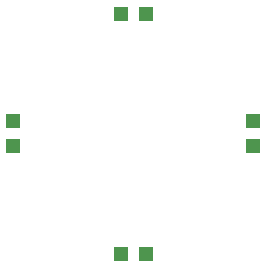
<source format=gbr>
G04 #@! TF.FileFunction,Paste,Bot*
%FSLAX46Y46*%
G04 Gerber Fmt 4.6, Leading zero omitted, Abs format (unit mm)*
G04 Created by KiCad (PCBNEW 4.0.2+dfsg1-stable) date Mon 11 Jun 2018 12:13:27 PM EDT*
%MOMM*%
G01*
G04 APERTURE LIST*
%ADD10C,0.100000*%
%ADD11R,1.198880X1.198880*%
G04 APERTURE END LIST*
D10*
D11*
X87884000Y-133570980D03*
X87884000Y-135669020D03*
X96994980Y-144780000D03*
X99093020Y-144780000D03*
X108204000Y-133570980D03*
X108204000Y-135669020D03*
X99126040Y-124460000D03*
X97028000Y-124460000D03*
M02*

</source>
